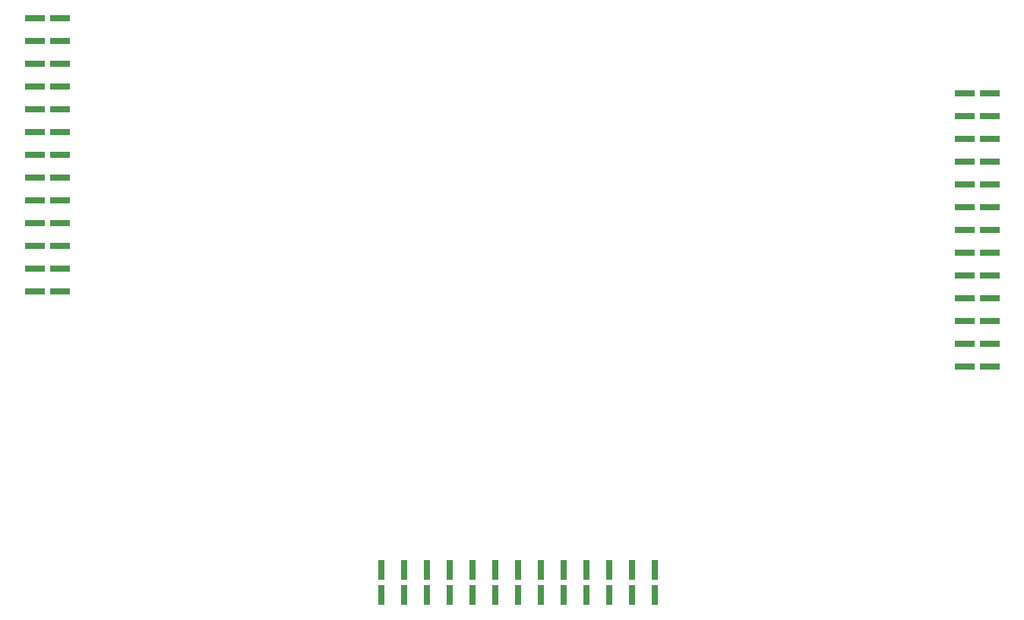
<source format=gbr>
G04*
G04 #@! TF.GenerationSoftware,Altium Limited,Altium Designer,23.9.2 (47)*
G04*
G04 Layer_Color=128*
%FSLAX44Y44*%
%MOMM*%
G71*
G04*
G04 #@! TF.SameCoordinates,8F5B2CAB-9582-47EE-AD33-95BA57DA0C1B*
G04*
G04*
G04 #@! TF.FilePolarity,Positive*
G04*
G01*
G75*
%ADD187R,2.2900X0.7600*%
%ADD188R,0.7600X2.2900*%
D187*
X903010Y1297940D02*
D03*
Y1272540D02*
D03*
Y1247140D02*
D03*
Y1221740D02*
D03*
Y1196340D02*
D03*
Y1170940D02*
D03*
Y1145540D02*
D03*
Y1120140D02*
D03*
Y1094740D02*
D03*
Y1069340D02*
D03*
Y1043940D02*
D03*
Y1018540D02*
D03*
Y993140D02*
D03*
X930910Y1297940D02*
D03*
Y1272540D02*
D03*
Y1247140D02*
D03*
Y1221740D02*
D03*
Y1196340D02*
D03*
Y1170940D02*
D03*
Y1145540D02*
D03*
Y1120140D02*
D03*
Y1094740D02*
D03*
Y1069340D02*
D03*
Y1043940D02*
D03*
Y1018540D02*
D03*
Y993140D02*
D03*
X1939330Y1214120D02*
D03*
Y1188720D02*
D03*
Y1163320D02*
D03*
Y1137920D02*
D03*
Y1112520D02*
D03*
Y1087120D02*
D03*
Y1061720D02*
D03*
Y1036320D02*
D03*
Y1010920D02*
D03*
Y985520D02*
D03*
Y960120D02*
D03*
Y934720D02*
D03*
Y909320D02*
D03*
X1967230Y1214120D02*
D03*
Y1188720D02*
D03*
Y1163320D02*
D03*
Y1137920D02*
D03*
Y1112520D02*
D03*
Y1087120D02*
D03*
Y1061720D02*
D03*
Y1036320D02*
D03*
Y1010920D02*
D03*
Y985520D02*
D03*
Y960120D02*
D03*
Y934720D02*
D03*
Y909320D02*
D03*
D188*
X1593850Y654050D02*
D03*
Y681950D02*
D03*
X1568450D02*
D03*
X1543050D02*
D03*
X1517650D02*
D03*
X1492250D02*
D03*
X1466850D02*
D03*
X1441450D02*
D03*
X1416050D02*
D03*
X1390650D02*
D03*
X1365250D02*
D03*
X1339850D02*
D03*
X1314450D02*
D03*
X1289050D02*
D03*
X1568450Y654050D02*
D03*
X1543050D02*
D03*
X1517650D02*
D03*
X1492250D02*
D03*
X1466850D02*
D03*
X1441450D02*
D03*
X1416050D02*
D03*
X1390650D02*
D03*
X1365250D02*
D03*
X1339850D02*
D03*
X1314450D02*
D03*
X1289050D02*
D03*
M02*

</source>
